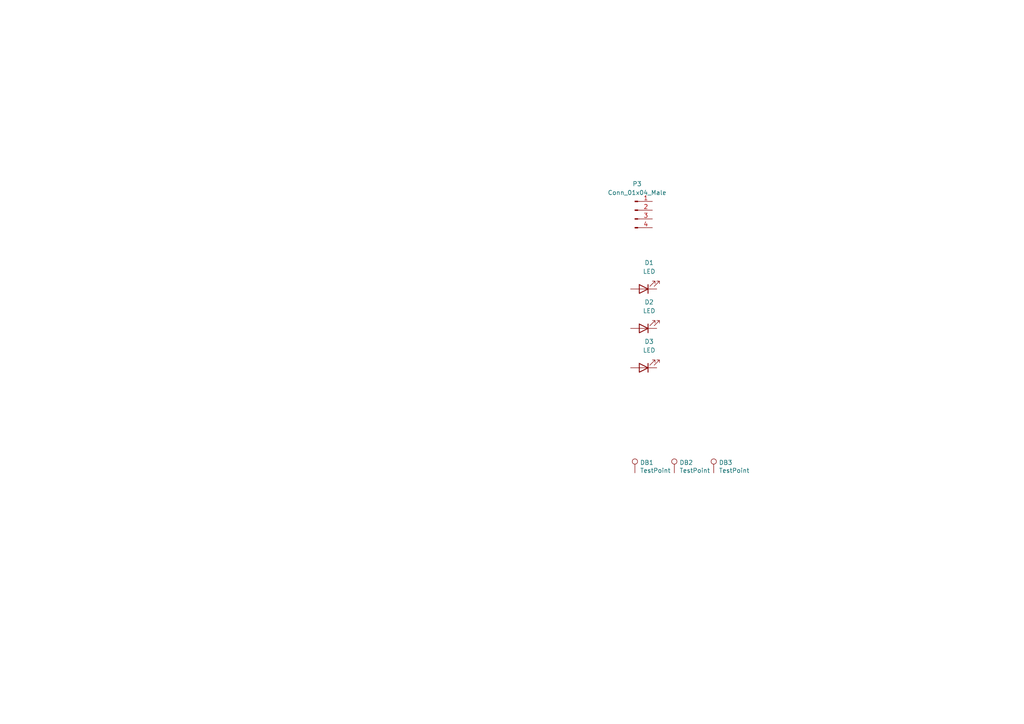
<source format=kicad_sch>
(kicad_sch (version 20211123) (generator eeschema)
  (paper "A4")
  (title_block (title "LoRa Expansion Card for Frame.Work Laptop") (rev "0.1.0") (comment 3 "Kris Keillor"))
  (lib_symbols
    (symbol "Connector:Conn_01x04_Male" (pin_names (offset 1.016) hide)
      (property "Reference" "J" (at 0 5.08 0))
      (property "Value" "Conn_01x04_Male" (at 0 -7.62 0))
      (symbol "Conn_01x04_Male_1_1"
        (polyline (pts (xy 1.27 -5.08) (xy 0.8636 -5.08)) (stroke (width 0.1524)))
        (polyline (pts (xy 1.27 -2.54) (xy 0.8636 -2.54)) (stroke (width 0.1524)))
        (polyline (pts (xy 1.27 0) (xy 0.8636 0)) (stroke (width 0.1524)))
        (polyline (pts (xy 1.27 2.54) (xy 0.8636 2.54)) (stroke (width 0.1524)))
        (rectangle (start 0.8636 -4.953) (end 0 -5.207) (stroke (width 0.1524)) (fill (type outline)))
        (rectangle (start 0.8636 -2.413) (end 0 -2.667) (stroke (width 0.1524)) (fill (type outline)))
        (rectangle (start 0.8636 0.127) (end 0 -0.127) (stroke (width 0.1524)) (fill (type outline)))
        (rectangle (start 0.8636 2.667) (end 0 2.413) (stroke (width 0.1524)) (fill (type outline)))
        (pin passive line (at 5.08 2.54 180) (length 3.81) (name "Pin_1") (number "1"))
        (pin passive line (at 5.08 0 180) (length 3.81) (name "Pin_2") (number "2"))
        (pin passive line (at 5.08 -2.54 180) (length 3.81) (name "Pin_3") (number "3"))
        (pin passive line (at 5.08 -5.08 180) (length 3.81) (name "Pin_4") (number "4"))
      )
    )
    (symbol "Connector:TestPoint" (pin_numbers hide) (pin_names (offset 0.762) hide)
      (property "Reference" "TP" (at 0 6.858 0))
      (property "Value" "TestPoint" (at 0 5.08 0))
      (symbol "TestPoint_0_1"
        (circle (center 0 3.302) (radius 0.762))
      )
      (symbol "TestPoint_1_1"
        (pin passive line (at 0 0 90) (length 2.54) (name "1") (number "1"))
      )
    )
    (symbol "Device:LED" (pin_numbers hide) (pin_names (offset 1.016) hide)
      (property "Reference" "D" (at 0 2.54 0))
      (property "Value" "LED" (at 0 -2.54 0))
      (symbol "LED_0_1"
        (polyline (pts (xy -1.27 -1.27) (xy -1.27 1.27)) (stroke (width 0.254)))
        (polyline (pts (xy -1.27 0) (xy 1.27 0)))
        (polyline (pts (xy 1.27 -1.27) (xy 1.27 1.27) (xy -1.27 0) (xy 1.27 -1.27)) (stroke (width 0.254)))
        (polyline (pts (xy -3.048 -0.762) (xy -4.572 -2.286) (xy -3.81 -2.286) (xy -4.572 -2.286) (xy -4.572 -1.524)))
        (polyline (pts (xy -1.778 -0.762) (xy -3.302 -2.286) (xy -2.54 -2.286) (xy -3.302 -2.286) (xy -3.302 -1.524)))
      )
      (symbol "LED_1_1"
        (pin passive line (at -3.81 0 0) (length 2.54) (name "K") (number "1"))
        (pin passive line (at 3.81 0 180) (length 2.54) (name "A") (number "2"))
      )
    )
  )
  (symbol (lib_id "Connector:TestPoint") (at 207.01 137.16 0) (unit 1)
    (property "Reference" "DB3" (at 208.4832 134.1628 0) (effects (justify left)))
    (property "Value" "TestPoint" (at 208.4832 136.4742 0) (effects (justify left)))
    (property "Footprint" "TestPoint:TestPoint_Pad_1.5x1.5mm" (effects hide))
  )
  (symbol (lib_id "Device:LED") (at 186.69 83.82 180) (unit 1)
    (property "Reference" "D1" (at 188.2775 76.2 0))
    (property "Value" "LED" (at 188.2775 78.74 0))
    (property "Footprint" "LED_SMD:LED_0805_2012Metric" (effects hide))
  )
  (symbol (lib_id "Connector:TestPoint") (at 195.58 137.16 0) (unit 1)
    (property "Reference" "DB2" (at 197.0532 134.1628 0) (effects (justify left)))
    (property "Value" "TestPoint" (at 197.0532 136.4742 0) (effects (justify left)))
    (property "Footprint" "TestPoint:TestPoint_Pad_1.5x1.5mm" (effects hide))
  )
  (symbol (lib_id "Device:LED") (at 186.69 106.68 180) (unit 1)
    (property "Reference" "D3" (at 188.2775 99.06 0))
    (property "Value" "LED" (at 188.2775 101.6 0))
    (property "Footprint" "LED_SMD:LED_0805_2012Metric" (effects hide))
  )
  (symbol (lib_id "Connector:TestPoint") (at 184.15 137.16 0) (unit 1)
    (property "Reference" "DB1" (at 185.6232 134.1628 0) (effects (justify left)))
    (property "Value" "TestPoint" (at 185.6232 136.4742 0) (effects (justify left)))
    (property "Footprint" "TestPoint:TestPoint_Pad_1.5x1.5mm" (effects hide))
  )
  (symbol (lib_id "Connector:Conn_01x04_Male") (at 184.15 60.96 0) (unit 1)
    (property "Reference" "P3" (at 184.785 53.34 0))
    (property "Value" "Conn_01x04_Male" (at 184.785 55.88 0))
    (property "Footprint" "KKicadLib:CCSH-W10R-04" (effects hide))
  )
  (symbol (lib_id "Device:LED") (at 186.69 95.25 180) (unit 1)
    (property "Reference" "D2" (at 188.2775 87.63 0))
    (property "Value" "LED" (at 188.2775 90.17 0))
    (property "Footprint" "LED_SMD:LED_0805_2012Metric" (effects hide))
  )
)
</source>
